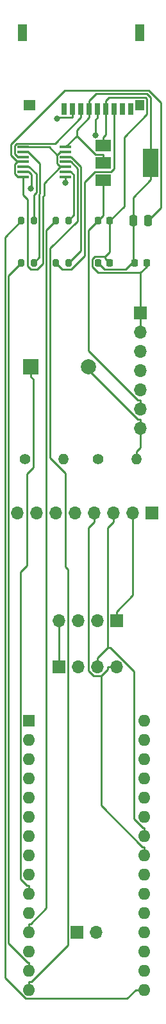
<source format=gtl>
G04 #@! TF.GenerationSoftware,KiCad,Pcbnew,7.0.10-7.0.10~ubuntu22.04.1*
G04 #@! TF.CreationDate,2024-01-30T11:00:35+01:00*
G04 #@! TF.ProjectId,rocketry_circuit,726f636b-6574-4727-995f-636972637569,rev?*
G04 #@! TF.SameCoordinates,Original*
G04 #@! TF.FileFunction,Copper,L1,Top*
G04 #@! TF.FilePolarity,Positive*
%FSLAX46Y46*%
G04 Gerber Fmt 4.6, Leading zero omitted, Abs format (unit mm)*
G04 Created by KiCad (PCBNEW 7.0.10-7.0.10~ubuntu22.04.1) date 2024-01-30 11:00:35*
%MOMM*%
%LPD*%
G01*
G04 APERTURE LIST*
G04 Aperture macros list*
%AMRoundRect*
0 Rectangle with rounded corners*
0 $1 Rounding radius*
0 $2 $3 $4 $5 $6 $7 $8 $9 X,Y pos of 4 corners*
0 Add a 4 corners polygon primitive as box body*
4,1,4,$2,$3,$4,$5,$6,$7,$8,$9,$2,$3,0*
0 Add four circle primitives for the rounded corners*
1,1,$1+$1,$2,$3*
1,1,$1+$1,$4,$5*
1,1,$1+$1,$6,$7*
1,1,$1+$1,$8,$9*
0 Add four rect primitives between the rounded corners*
20,1,$1+$1,$2,$3,$4,$5,0*
20,1,$1+$1,$4,$5,$6,$7,0*
20,1,$1+$1,$6,$7,$8,$9,0*
20,1,$1+$1,$8,$9,$2,$3,0*%
G04 Aperture macros list end*
G04 #@! TA.AperFunction,ComponentPad*
%ADD10R,1.700000X1.700000*%
G04 #@! TD*
G04 #@! TA.AperFunction,ComponentPad*
%ADD11O,1.700000X1.700000*%
G04 #@! TD*
G04 #@! TA.AperFunction,SMDPad,CuDef*
%ADD12RoundRect,0.200000X-0.200000X-0.275000X0.200000X-0.275000X0.200000X0.275000X-0.200000X0.275000X0*%
G04 #@! TD*
G04 #@! TA.AperFunction,SMDPad,CuDef*
%ADD13R,2.000000X1.500000*%
G04 #@! TD*
G04 #@! TA.AperFunction,SMDPad,CuDef*
%ADD14R,2.000000X3.800000*%
G04 #@! TD*
G04 #@! TA.AperFunction,ComponentPad*
%ADD15C,1.400000*%
G04 #@! TD*
G04 #@! TA.AperFunction,ComponentPad*
%ADD16O,1.400000X1.400000*%
G04 #@! TD*
G04 #@! TA.AperFunction,SMDPad,CuDef*
%ADD17RoundRect,0.250000X-0.250000X-0.475000X0.250000X-0.475000X0.250000X0.475000X-0.250000X0.475000X0*%
G04 #@! TD*
G04 #@! TA.AperFunction,SMDPad,CuDef*
%ADD18RoundRect,0.075000X-0.700000X-0.075000X0.700000X-0.075000X0.700000X0.075000X-0.700000X0.075000X0*%
G04 #@! TD*
G04 #@! TA.AperFunction,SMDPad,CuDef*
%ADD19RoundRect,0.225000X-0.225000X-0.250000X0.225000X-0.250000X0.225000X0.250000X-0.225000X0.250000X0*%
G04 #@! TD*
G04 #@! TA.AperFunction,SMDPad,CuDef*
%ADD20R,0.700000X1.600000*%
G04 #@! TD*
G04 #@! TA.AperFunction,SMDPad,CuDef*
%ADD21R,1.200000X2.200000*%
G04 #@! TD*
G04 #@! TA.AperFunction,SMDPad,CuDef*
%ADD22R,1.600000X1.400000*%
G04 #@! TD*
G04 #@! TA.AperFunction,SMDPad,CuDef*
%ADD23R,1.200000X1.400000*%
G04 #@! TD*
G04 #@! TA.AperFunction,ComponentPad*
%ADD24R,2.000000X2.000000*%
G04 #@! TD*
G04 #@! TA.AperFunction,ComponentPad*
%ADD25C,2.000000*%
G04 #@! TD*
G04 #@! TA.AperFunction,ComponentPad*
%ADD26R,1.600000X1.600000*%
G04 #@! TD*
G04 #@! TA.AperFunction,ComponentPad*
%ADD27O,1.600000X1.600000*%
G04 #@! TD*
G04 #@! TA.AperFunction,ViaPad*
%ADD28C,0.800000*%
G04 #@! TD*
G04 #@! TA.AperFunction,Conductor*
%ADD29C,0.250000*%
G04 #@! TD*
G04 APERTURE END LIST*
D10*
X23037000Y-140730200D03*
D11*
X25577000Y-140730200D03*
D12*
X15656000Y-46770000D03*
X17306000Y-46770000D03*
D13*
X26490000Y-36850000D03*
X26490000Y-39150000D03*
D14*
X32790000Y-39150000D03*
D13*
X26490000Y-41450000D03*
D15*
X16184000Y-78246200D03*
D16*
X21264000Y-78246200D03*
D10*
X20610000Y-105670000D03*
D11*
X23150000Y-105670000D03*
X25690000Y-105670000D03*
X28230000Y-105670000D03*
D17*
X30481000Y-46770000D03*
X32381000Y-46770000D03*
D18*
X15912000Y-37058000D03*
X15912000Y-37708000D03*
X15912000Y-38358000D03*
X15912000Y-39008000D03*
X15912000Y-39658000D03*
X15912000Y-40308000D03*
X15912000Y-40958000D03*
X21512000Y-40958000D03*
X21512000Y-40308000D03*
X21512000Y-39658000D03*
X21512000Y-39008000D03*
X21512000Y-38358000D03*
X21512000Y-37708000D03*
X21512000Y-37058000D03*
D19*
X25817000Y-46770000D03*
X27367000Y-46770000D03*
D20*
X21350968Y-32018155D03*
X22450968Y-32018155D03*
X23550968Y-32018155D03*
X24650968Y-32018155D03*
X25750968Y-32018155D03*
X26850968Y-32018155D03*
X27950968Y-32018155D03*
X29050968Y-32018155D03*
X30150968Y-32018155D03*
D21*
X15850968Y-21918155D03*
D22*
X16750968Y-31518155D03*
D21*
X31350968Y-21918155D03*
D23*
X31350968Y-31518155D03*
D19*
X30656000Y-52358000D03*
X32206000Y-52358000D03*
D12*
X20228000Y-46770000D03*
X21878000Y-46770000D03*
X15656000Y-52358000D03*
X17306000Y-52358000D03*
D24*
X16956000Y-66054200D03*
D25*
X24556000Y-66054200D03*
D15*
X25836000Y-78246200D03*
D16*
X30916000Y-78246200D03*
D10*
X28230000Y-99574000D03*
D11*
X25690000Y-99574000D03*
X23150000Y-99574000D03*
X20610000Y-99574000D03*
D19*
X25817000Y-52358000D03*
X27367000Y-52358000D03*
D26*
X16692000Y-112790200D03*
D27*
X16692000Y-115330200D03*
X16692000Y-117870200D03*
X16692000Y-120410200D03*
X16692000Y-122950200D03*
X16692000Y-125490200D03*
X16692000Y-128030200D03*
X16692000Y-130570200D03*
X16692000Y-133110200D03*
X16692000Y-135650200D03*
X16692000Y-138190200D03*
X16692000Y-140730200D03*
X16692000Y-143270200D03*
X16692000Y-145810200D03*
X16692000Y-148350200D03*
X31932000Y-148350200D03*
X31932000Y-145810200D03*
X31932000Y-143270200D03*
X31932000Y-140730200D03*
X31932000Y-138190200D03*
X31932000Y-135650200D03*
X31932000Y-133110200D03*
X31932000Y-130570200D03*
X31932000Y-128030200D03*
X31932000Y-125490200D03*
X31932000Y-122950200D03*
X31932000Y-120410200D03*
X31932000Y-117870200D03*
X31932000Y-115330200D03*
X31932000Y-112790200D03*
D11*
X31424000Y-74182200D03*
X31424000Y-71642200D03*
X31424000Y-69102200D03*
X31424000Y-66562200D03*
X31424000Y-64022200D03*
X31424000Y-61482200D03*
D10*
X31424000Y-58942200D03*
D12*
X20228000Y-52358000D03*
X21878000Y-52358000D03*
D10*
X32948000Y-85358200D03*
D11*
X30408000Y-85358200D03*
X27868000Y-85358200D03*
X25328000Y-85358200D03*
X22788000Y-85358200D03*
X20248000Y-85358200D03*
X17708000Y-85358200D03*
X15168000Y-85358200D03*
D28*
X25473000Y-35479300D03*
X16893500Y-42522900D03*
X20360200Y-33262100D03*
X21512000Y-41744400D03*
D29*
X17216100Y-67641200D02*
X16956000Y-67381100D01*
X17216100Y-79389100D02*
X17216100Y-67641200D01*
X16437900Y-80167300D02*
X17216100Y-79389100D01*
X16437900Y-92304500D02*
X16437900Y-80167300D01*
X15565100Y-93177300D02*
X16437900Y-92304500D01*
X15565100Y-133678200D02*
X15565100Y-93177300D01*
X16410200Y-134523300D02*
X15565100Y-133678200D01*
X16692000Y-134523300D02*
X16410200Y-134523300D01*
X16692000Y-135650200D02*
X16692000Y-134523300D01*
X16956000Y-66054200D02*
X16956000Y-67381100D01*
X16692000Y-148350200D02*
X16692000Y-147223300D01*
X22222700Y-39008000D02*
X21512000Y-39008000D01*
X23082900Y-39868200D02*
X22222700Y-39008000D01*
X23082900Y-46830600D02*
X23082900Y-39868200D01*
X19499000Y-50414500D02*
X23082900Y-46830600D01*
X19499000Y-78115900D02*
X19499000Y-50414500D01*
X21518000Y-80134900D02*
X19499000Y-78115900D01*
X21518000Y-92510400D02*
X21518000Y-80134900D01*
X21786900Y-92779300D02*
X21518000Y-92510400D01*
X21786900Y-142410100D02*
X21786900Y-92779300D01*
X16973700Y-147223300D02*
X21786900Y-142410100D01*
X16692000Y-147223300D02*
X16973700Y-147223300D01*
X22211800Y-38358000D02*
X21512000Y-38358000D01*
X23534800Y-39681000D02*
X22211800Y-38358000D01*
X23534800Y-50701200D02*
X23534800Y-39681000D01*
X21878000Y-52358000D02*
X23534800Y-50701200D01*
X22631000Y-46017000D02*
X21878000Y-46770000D01*
X22631000Y-40718300D02*
X22631000Y-46017000D01*
X22220700Y-40308000D02*
X22631000Y-40718300D01*
X21512000Y-40308000D02*
X22220700Y-40308000D01*
X16692000Y-140730200D02*
X16692000Y-139603300D01*
X18980700Y-48017300D02*
X20228000Y-46770000D01*
X18980700Y-137548100D02*
X18980700Y-48017300D01*
X16925500Y-139603300D02*
X18980700Y-137548100D01*
X16692000Y-139603300D02*
X16925500Y-139603300D01*
X17306000Y-43358300D02*
X17306000Y-46770000D01*
X17638900Y-43025400D02*
X17306000Y-43358300D01*
X17638900Y-40602400D02*
X17638900Y-43025400D01*
X16694500Y-39658000D02*
X17638900Y-40602400D01*
X15912000Y-39658000D02*
X16694500Y-39658000D01*
X31932000Y-148350200D02*
X30805100Y-148350200D01*
X29658100Y-149497200D02*
X30805100Y-148350200D01*
X16232700Y-149497200D02*
X29658100Y-149497200D01*
X13500100Y-146764600D02*
X16232700Y-149497200D01*
X13500100Y-48925900D02*
X13500100Y-146764600D01*
X15656000Y-46770000D02*
X13500100Y-48925900D01*
X18053000Y-51611000D02*
X17306000Y-52358000D01*
X18053000Y-43250400D02*
X18053000Y-51611000D01*
X18127700Y-43175700D02*
X18053000Y-43250400D01*
X18127700Y-39218300D02*
X18127700Y-43175700D01*
X16617400Y-37708000D02*
X18127700Y-39218300D01*
X15912000Y-37708000D02*
X16617400Y-37708000D01*
X16458500Y-144683300D02*
X16692000Y-144683300D01*
X13975000Y-142199800D02*
X16458500Y-144683300D01*
X13975000Y-54039000D02*
X13975000Y-142199800D01*
X15656000Y-52358000D02*
X13975000Y-54039000D01*
X16692000Y-145810200D02*
X16692000Y-144683300D01*
X21082000Y-53212000D02*
X20228000Y-52358000D01*
X22280800Y-53212000D02*
X21082000Y-53212000D01*
X24049000Y-51443800D02*
X22280800Y-53212000D01*
X24049000Y-41640300D02*
X24049000Y-51443800D01*
X25351600Y-40337700D02*
X24049000Y-41640300D01*
X27527900Y-40337700D02*
X25351600Y-40337700D01*
X27951000Y-39914600D02*
X27527900Y-40337700D01*
X27951000Y-32018100D02*
X27951000Y-39914600D01*
X16677100Y-40308000D02*
X15912000Y-40308000D01*
X17025100Y-40656000D02*
X16677100Y-40308000D01*
X17025100Y-42391300D02*
X17025100Y-40656000D01*
X16893500Y-42522900D02*
X17025100Y-42391300D01*
X25751000Y-32018100D02*
X25751000Y-33145000D01*
X25473000Y-33423000D02*
X25473000Y-35479300D01*
X25751000Y-33145000D02*
X25473000Y-33423000D01*
X15218300Y-38358000D02*
X15912000Y-38358000D01*
X14769100Y-37908800D02*
X15218300Y-38358000D01*
X14769100Y-36834900D02*
X14769100Y-37908800D01*
X15036600Y-36567400D02*
X14769100Y-36834900D01*
X20128600Y-36567400D02*
X15036600Y-36567400D01*
X23551000Y-33145000D02*
X20128600Y-36567400D01*
X23551000Y-32018100D02*
X23551000Y-33145000D01*
X22451000Y-32018100D02*
X22451000Y-33145000D01*
X21512000Y-41744400D02*
X21512000Y-40958000D01*
X20477300Y-33145000D02*
X20360200Y-33262100D01*
X22451000Y-33145000D02*
X20477300Y-33145000D01*
X25328000Y-85358200D02*
X25328000Y-86535100D01*
X28230000Y-105670000D02*
X27053100Y-105670000D01*
X31932000Y-130570200D02*
X31932000Y-129443300D01*
X26218000Y-124011000D02*
X26218000Y-106870900D01*
X31650300Y-129443300D02*
X26218000Y-124011000D01*
X31932000Y-129443300D02*
X31650300Y-129443300D01*
X25212000Y-106870900D02*
X26218000Y-106870900D01*
X24509900Y-106168800D02*
X25212000Y-106870900D01*
X24509900Y-87353200D02*
X24509900Y-106168800D01*
X25328000Y-86535100D02*
X24509900Y-87353200D01*
X27053100Y-106035800D02*
X27053100Y-105670000D01*
X26218000Y-106870900D02*
X27053100Y-106035800D01*
X27868000Y-85358200D02*
X27868000Y-86535100D01*
X25690000Y-105670000D02*
X25690000Y-104493100D01*
X31932000Y-128030200D02*
X31932000Y-126903300D01*
X31698500Y-126903300D02*
X31932000Y-126903300D01*
X30517400Y-125722200D02*
X31698500Y-126903300D01*
X30517400Y-106268600D02*
X30517400Y-125722200D01*
X27378800Y-103130000D02*
X30517400Y-106268600D01*
X27053100Y-103130000D02*
X27378800Y-103130000D01*
X27053100Y-87350000D02*
X27053100Y-103130000D01*
X27868000Y-86535100D02*
X27053100Y-87350000D01*
X27053100Y-103130000D02*
X25690000Y-104493100D01*
X19363100Y-37058000D02*
X15912000Y-37058000D01*
X20409800Y-38104700D02*
X19363100Y-37058000D01*
X20806500Y-37708000D02*
X20409800Y-38104700D01*
X21512000Y-37708000D02*
X20806500Y-37708000D01*
X20409800Y-39256900D02*
X20810800Y-39657900D01*
X20409800Y-38104700D02*
X20409800Y-39256900D01*
X21512000Y-39657900D02*
X21512000Y-39658000D01*
X20810800Y-39657900D02*
X21512000Y-39657900D01*
X14796400Y-39341000D02*
X15129400Y-39008000D01*
X14796400Y-40538000D02*
X14796400Y-39341000D01*
X15216400Y-40958000D02*
X14796400Y-40538000D01*
X15912000Y-40958000D02*
X15216400Y-40958000D01*
X15129400Y-39008000D02*
X15912000Y-39008000D01*
X14275000Y-38153600D02*
X15129400Y-39008000D01*
X14275000Y-36667800D02*
X14275000Y-38153600D01*
X21411800Y-29531000D02*
X14275000Y-36667800D01*
X32462500Y-29531000D02*
X21411800Y-29531000D01*
X34116900Y-31185400D02*
X32462500Y-29531000D01*
X34116900Y-45034100D02*
X34116900Y-31185400D01*
X32381000Y-46770000D02*
X34116900Y-45034100D01*
X18661700Y-41807000D02*
X20810800Y-39657900D01*
X18661700Y-43437300D02*
X18661700Y-41807000D01*
X18524200Y-43574800D02*
X18661700Y-43437300D01*
X18524200Y-52441900D02*
X18524200Y-43574800D01*
X17761000Y-53205100D02*
X18524200Y-52441900D01*
X16921400Y-53205100D02*
X17761000Y-53205100D01*
X16481000Y-52764700D02*
X16921400Y-53205100D01*
X16481000Y-43933900D02*
X16481000Y-52764700D01*
X15912000Y-43364900D02*
X16481000Y-43933900D01*
X15912000Y-40958000D02*
X15912000Y-43364900D01*
X32790000Y-39150000D02*
X32790000Y-41376900D01*
X24651000Y-32018100D02*
X24651000Y-30891200D01*
X30481000Y-43685900D02*
X32790000Y-41376900D01*
X30481000Y-46770000D02*
X30481000Y-43685900D01*
X30656000Y-52358000D02*
X30481000Y-52183000D01*
X30481000Y-52183000D02*
X30481000Y-46770000D01*
X24651000Y-32018100D02*
X24651000Y-33145000D01*
X26490000Y-39150000D02*
X26490000Y-38073100D01*
X22991300Y-35578700D02*
X21512000Y-37058000D01*
X22991200Y-35578700D02*
X22991300Y-35578700D01*
X22991200Y-34804800D02*
X22991200Y-35578700D01*
X24651000Y-33145000D02*
X22991200Y-34804800D01*
X25485600Y-38073100D02*
X26490000Y-38073100D01*
X22991300Y-35578700D02*
X25485600Y-38073100D01*
X25520300Y-30021900D02*
X24651000Y-30891200D01*
X32271100Y-30021900D02*
X25520300Y-30021900D01*
X32790000Y-30540800D02*
X32271100Y-30021900D01*
X32790000Y-39150000D02*
X32790000Y-30540800D01*
X26638200Y-53179200D02*
X25817000Y-52358000D01*
X29484800Y-53179200D02*
X26638200Y-53179200D01*
X30481000Y-52183000D02*
X29484800Y-53179200D01*
X28230000Y-99574000D02*
X28230000Y-98397100D01*
X30408000Y-96219100D02*
X30408000Y-85358200D01*
X28230000Y-98397100D02*
X30408000Y-96219100D01*
X31424000Y-74182200D02*
X31424000Y-73005300D01*
X24556000Y-66503100D02*
X24556000Y-66054200D01*
X31058200Y-73005300D02*
X24556000Y-66503100D01*
X31424000Y-73005300D02*
X31058200Y-73005300D01*
X26851000Y-35412100D02*
X26490000Y-35773100D01*
X26851000Y-32018100D02*
X26851000Y-35412100D01*
X26490000Y-36850000D02*
X26490000Y-35773100D01*
X27251000Y-30491200D02*
X26851000Y-30891200D01*
X32086400Y-30491200D02*
X27251000Y-30491200D01*
X32281100Y-30685900D02*
X32086400Y-30491200D01*
X32281100Y-32692900D02*
X32281100Y-30685900D01*
X29241200Y-35732800D02*
X32281100Y-32692900D01*
X29241200Y-44895800D02*
X29241200Y-35732800D01*
X27367000Y-46770000D02*
X29241200Y-44895800D01*
X26851000Y-32018100D02*
X26851000Y-30891200D01*
X31424000Y-58942200D02*
X31424000Y-61482200D01*
X31424000Y-58942200D02*
X31424000Y-57765300D01*
X27367000Y-50888400D02*
X26731100Y-51524300D01*
X27367000Y-46770000D02*
X27367000Y-50888400D01*
X26731100Y-51722100D02*
X27367000Y-52358000D01*
X26731100Y-51524300D02*
X26731100Y-51722100D01*
X31424000Y-57765300D02*
X31424000Y-53631100D01*
X25814900Y-53631100D02*
X31424000Y-53631100D01*
X25027100Y-52843300D02*
X25814900Y-53631100D01*
X25027100Y-51867900D02*
X25027100Y-52843300D01*
X25370700Y-51524300D02*
X25027100Y-51867900D01*
X26731100Y-51524300D02*
X25370700Y-51524300D01*
X32206000Y-52849100D02*
X32206000Y-52358000D01*
X31424000Y-53631100D02*
X32206000Y-52849100D01*
X31424000Y-76711300D02*
X31424000Y-74182200D01*
X30916000Y-77219300D02*
X31424000Y-76711300D01*
X30916000Y-78246200D02*
X30916000Y-77219300D01*
X20610000Y-99574000D02*
X20610000Y-105670000D01*
X26490000Y-41450000D02*
X26490000Y-42526900D01*
X26490000Y-46097000D02*
X26490000Y-42526900D01*
X25817000Y-46770000D02*
X26490000Y-46097000D01*
X31424000Y-71642200D02*
X31424000Y-70465300D01*
X24563000Y-48024000D02*
X25817000Y-46770000D01*
X24563000Y-63972200D02*
X24563000Y-48024000D01*
X31056100Y-70465300D02*
X24563000Y-63972200D01*
X31424000Y-70465300D02*
X31056100Y-70465300D01*
M02*

</source>
